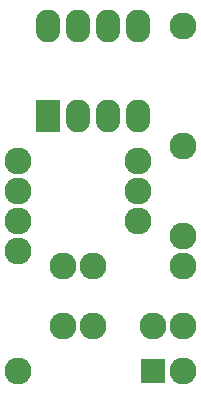
<source format=gbs>
G04 #@! TF.FileFunction,Soldermask,Bot*
%FSLAX46Y46*%
G04 Gerber Fmt 4.6, Leading zero omitted, Abs format (unit mm)*
G04 Created by KiCad (PCBNEW 0.201412031631+5310~19~ubuntu14.04.1-product) date sáb 06 dic 2014 00:19:44 CET*
%MOMM*%
G01*
G04 APERTURE LIST*
%ADD10C,0.100000*%
%ADD11C,2.286000*%
%ADD12R,2.082800X2.794000*%
%ADD13O,2.082800X2.794000*%
%ADD14R,2.159000X2.159000*%
G04 APERTURE END LIST*
D10*
D11*
X144780000Y-107950000D03*
X142240000Y-107950000D03*
X149860000Y-113030000D03*
X152400000Y-113030000D03*
D12*
X140970000Y-95250000D03*
D13*
X143510000Y-95250000D03*
X146050000Y-95250000D03*
X148590000Y-95250000D03*
X148590000Y-87630000D03*
X146050000Y-87630000D03*
X143510000Y-87630000D03*
X140970000Y-87630000D03*
D11*
X152400000Y-105410000D03*
X152400000Y-107950000D03*
X142240000Y-113030000D03*
X144780000Y-113030000D03*
X152400000Y-97790000D03*
X152400000Y-87630000D03*
X138430000Y-101600000D03*
X148590000Y-101600000D03*
X138430000Y-99060000D03*
X148590000Y-99060000D03*
X148590000Y-104140000D03*
X138430000Y-104140000D03*
X138430000Y-116840000D03*
X138430000Y-106680000D03*
D14*
X149860000Y-116840000D03*
D11*
X152400000Y-116840000D03*
M02*

</source>
